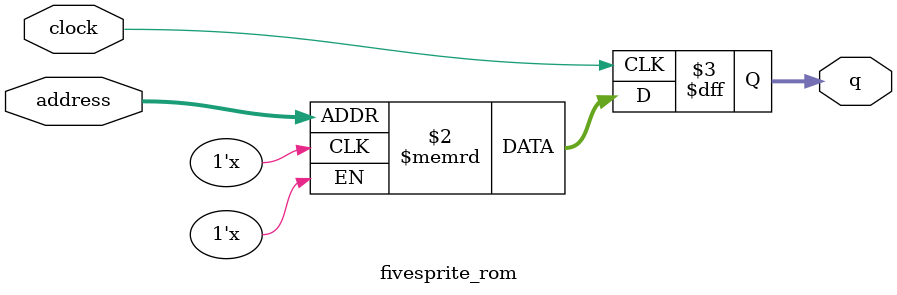
<source format=sv>
module fivesprite_rom (
	input logic clock,
	input logic [7:0] address,
	output logic [3:0] q
);

logic [3:0] memory [0:241] /* synthesis ram_init_file = "./fivesprite/fivesprite.mif" */;

always_ff @ (posedge clock) begin
	q <= memory[address];
end

endmodule

</source>
